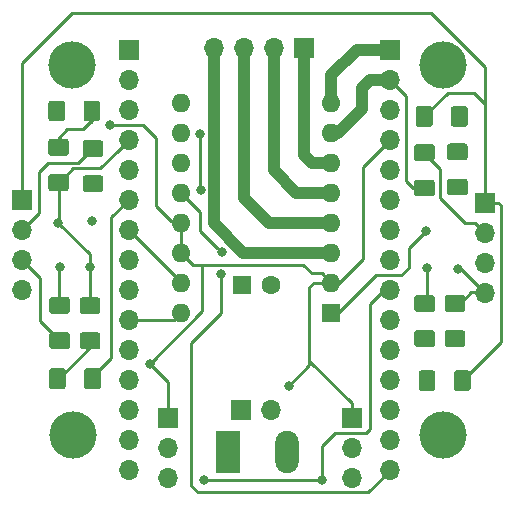
<source format=gbr>
G04 #@! TF.GenerationSoftware,KiCad,Pcbnew,5.0.2-bee76a0~70~ubuntu18.04.1*
G04 #@! TF.CreationDate,2019-01-29T19:41:56+01:00*
G04 #@! TF.ProjectId,ustepper_41_pololu,75737465-7070-4657-925f-34315f706f6c,rev?*
G04 #@! TF.SameCoordinates,Original*
G04 #@! TF.FileFunction,Copper,L1,Top*
G04 #@! TF.FilePolarity,Positive*
%FSLAX46Y46*%
G04 Gerber Fmt 4.6, Leading zero omitted, Abs format (unit mm)*
G04 Created by KiCad (PCBNEW 5.0.2-bee76a0~70~ubuntu18.04.1) date mar 29 ene 2019 19:41:56 CET*
%MOMM*%
%LPD*%
G01*
G04 APERTURE LIST*
G04 #@! TA.AperFunction,ComponentPad*
%ADD10R,1.600000X1.600000*%
G04 #@! TD*
G04 #@! TA.AperFunction,ComponentPad*
%ADD11O,1.600000X1.600000*%
G04 #@! TD*
G04 #@! TA.AperFunction,ComponentPad*
%ADD12R,2.000000X3.600000*%
G04 #@! TD*
G04 #@! TA.AperFunction,ComponentPad*
%ADD13O,2.000000X3.600000*%
G04 #@! TD*
G04 #@! TA.AperFunction,ComponentPad*
%ADD14R,1.700000X1.700000*%
G04 #@! TD*
G04 #@! TA.AperFunction,ComponentPad*
%ADD15O,1.700000X1.700000*%
G04 #@! TD*
G04 #@! TA.AperFunction,ComponentPad*
%ADD16C,1.600000*%
G04 #@! TD*
G04 #@! TA.AperFunction,Conductor*
%ADD17C,0.100000*%
G04 #@! TD*
G04 #@! TA.AperFunction,SMDPad,CuDef*
%ADD18C,1.425000*%
G04 #@! TD*
G04 #@! TA.AperFunction,ViaPad*
%ADD19C,4.000000*%
G04 #@! TD*
G04 #@! TA.AperFunction,ViaPad*
%ADD20C,0.800000*%
G04 #@! TD*
G04 #@! TA.AperFunction,Conductor*
%ADD21C,1.000000*%
G04 #@! TD*
G04 #@! TA.AperFunction,Conductor*
%ADD22C,0.250000*%
G04 #@! TD*
G04 APERTURE END LIST*
D10*
G04 #@! TO.P,A1,1*
G04 #@! TO.N,B29-GND*
X191530800Y-74537200D03*
D11*
G04 #@! TO.P,A1,9*
G04 #@! TO.N,BD8-ENA*
X178830800Y-56757200D03*
G04 #@! TO.P,A1,2*
G04 #@! TO.N,B27-5V*
X191530800Y-71997200D03*
G04 #@! TO.P,A1,10*
G04 #@! TO.N,BD11-MS1*
X178830800Y-59297200D03*
G04 #@! TO.P,A1,3*
G04 #@! TO.N,OUT1B*
X191530800Y-69457200D03*
G04 #@! TO.P,A1,11*
G04 #@! TO.N,BD12-MS2*
X178830800Y-61837200D03*
G04 #@! TO.P,A1,4*
G04 #@! TO.N,OUT1A*
X191530800Y-66917200D03*
G04 #@! TO.P,A1,12*
G04 #@! TO.N,BD13-MS3*
X178830800Y-64377200D03*
G04 #@! TO.P,A1,5*
G04 #@! TO.N,OUT2A*
X191530800Y-64377200D03*
G04 #@! TO.P,A1,13*
G04 #@! TO.N,B27-5V*
X178830800Y-66917200D03*
G04 #@! TO.P,A1,6*
G04 #@! TO.N,OUT2B*
X191530800Y-61837200D03*
G04 #@! TO.P,A1,14*
G04 #@! TO.N,B27-5V*
X178830800Y-69457200D03*
G04 #@! TO.P,A1,7*
G04 #@! TO.N,B29-GND*
X191530800Y-59297200D03*
G04 #@! TO.P,A1,15*
G04 #@! TO.N,BD4-STEP*
X178830800Y-71997200D03*
G04 #@! TO.P,A1,8*
G04 #@! TO.N,B30-VIN*
X191530800Y-56757200D03*
G04 #@! TO.P,A1,16*
G04 #@! TO.N,BD7-DIR*
X178830800Y-74537200D03*
G04 #@! TD*
D12*
G04 #@! TO.P,J3,1*
G04 #@! TO.N,VIN*
X182793200Y-86348200D03*
D13*
G04 #@! TO.P,J3,2*
G04 #@! TO.N,B29-GND*
X187793200Y-86348200D03*
G04 #@! TD*
D14*
G04 #@! TO.P,J9,1*
G04 #@! TO.N,OUT2B*
X189244800Y-52134400D03*
D15*
G04 #@! TO.P,J9,2*
G04 #@! TO.N,OUT2A*
X186704800Y-52134400D03*
G04 #@! TO.P,J9,3*
G04 #@! TO.N,OUT1A*
X184164800Y-52134400D03*
G04 #@! TO.P,J9,4*
G04 #@! TO.N,OUT1B*
X181624800Y-52134400D03*
G04 #@! TD*
G04 #@! TO.P,J2,15*
G04 #@! TO.N,BD13-MS3*
X196509200Y-87846800D03*
G04 #@! TO.P,J2,14*
G04 #@! TO.N,N/C*
X196509200Y-85306800D03*
G04 #@! TO.P,J2,13*
X196509200Y-82766800D03*
G04 #@! TO.P,J2,12*
X196509200Y-80226800D03*
G04 #@! TO.P,J2,11*
G04 #@! TO.N,BA1-I*
X196509200Y-77686800D03*
G04 #@! TO.P,J2,10*
G04 #@! TO.N,BA2-VEL_DER*
X196509200Y-75146800D03*
G04 #@! TO.P,J2,9*
G04 #@! TO.N,BA3-VEL_IZQ*
X196509200Y-72606800D03*
G04 #@! TO.P,J2,8*
G04 #@! TO.N,N/C*
X196509200Y-70066800D03*
G04 #@! TO.P,J2,7*
X196509200Y-67526800D03*
G04 #@! TO.P,J2,6*
X196509200Y-64986800D03*
G04 #@! TO.P,J2,5*
X196509200Y-62446800D03*
G04 #@! TO.P,J2,4*
G04 #@! TO.N,B27-5V*
X196509200Y-59906800D03*
G04 #@! TO.P,J2,3*
G04 #@! TO.N,N/C*
X196509200Y-57366800D03*
G04 #@! TO.P,J2,2*
G04 #@! TO.N,B29-GND*
X196509200Y-54826800D03*
D14*
G04 #@! TO.P,J2,1*
G04 #@! TO.N,B30-VIN*
X196509200Y-52286800D03*
G04 #@! TD*
D10*
G04 #@! TO.P,C1,1*
G04 #@! TO.N,B30-VIN*
X183987000Y-72192780D03*
D16*
G04 #@! TO.P,C1,2*
G04 #@! TO.N,B29-GND*
X186487000Y-72192780D03*
G04 #@! TD*
D17*
G04 #@! TO.N,Net-(D1-Pad1)*
G04 #@! TO.C,D1*
G36*
X202888064Y-57054344D02*
X202912333Y-57057944D01*
X202936131Y-57063905D01*
X202959231Y-57072170D01*
X202981409Y-57082660D01*
X203002453Y-57095273D01*
X203022158Y-57109887D01*
X203040337Y-57126363D01*
X203056813Y-57144542D01*
X203071427Y-57164247D01*
X203084040Y-57185291D01*
X203094530Y-57207469D01*
X203102795Y-57230569D01*
X203108756Y-57254367D01*
X203112356Y-57278636D01*
X203113560Y-57303140D01*
X203113560Y-58553140D01*
X203112356Y-58577644D01*
X203108756Y-58601913D01*
X203102795Y-58625711D01*
X203094530Y-58648811D01*
X203084040Y-58670989D01*
X203071427Y-58692033D01*
X203056813Y-58711738D01*
X203040337Y-58729917D01*
X203022158Y-58746393D01*
X203002453Y-58761007D01*
X202981409Y-58773620D01*
X202959231Y-58784110D01*
X202936131Y-58792375D01*
X202912333Y-58798336D01*
X202888064Y-58801936D01*
X202863560Y-58803140D01*
X201938560Y-58803140D01*
X201914056Y-58801936D01*
X201889787Y-58798336D01*
X201865989Y-58792375D01*
X201842889Y-58784110D01*
X201820711Y-58773620D01*
X201799667Y-58761007D01*
X201779962Y-58746393D01*
X201761783Y-58729917D01*
X201745307Y-58711738D01*
X201730693Y-58692033D01*
X201718080Y-58670989D01*
X201707590Y-58648811D01*
X201699325Y-58625711D01*
X201693364Y-58601913D01*
X201689764Y-58577644D01*
X201688560Y-58553140D01*
X201688560Y-57303140D01*
X201689764Y-57278636D01*
X201693364Y-57254367D01*
X201699325Y-57230569D01*
X201707590Y-57207469D01*
X201718080Y-57185291D01*
X201730693Y-57164247D01*
X201745307Y-57144542D01*
X201761783Y-57126363D01*
X201779962Y-57109887D01*
X201799667Y-57095273D01*
X201820711Y-57082660D01*
X201842889Y-57072170D01*
X201865989Y-57063905D01*
X201889787Y-57057944D01*
X201914056Y-57054344D01*
X201938560Y-57053140D01*
X202863560Y-57053140D01*
X202888064Y-57054344D01*
X202888064Y-57054344D01*
G37*
D18*
G04 #@! TD*
G04 #@! TO.P,D1,1*
G04 #@! TO.N,Net-(D1-Pad1)*
X202401060Y-57928140D03*
D17*
G04 #@! TO.N,24V*
G04 #@! TO.C,D1*
G36*
X199913064Y-57054344D02*
X199937333Y-57057944D01*
X199961131Y-57063905D01*
X199984231Y-57072170D01*
X200006409Y-57082660D01*
X200027453Y-57095273D01*
X200047158Y-57109887D01*
X200065337Y-57126363D01*
X200081813Y-57144542D01*
X200096427Y-57164247D01*
X200109040Y-57185291D01*
X200119530Y-57207469D01*
X200127795Y-57230569D01*
X200133756Y-57254367D01*
X200137356Y-57278636D01*
X200138560Y-57303140D01*
X200138560Y-58553140D01*
X200137356Y-58577644D01*
X200133756Y-58601913D01*
X200127795Y-58625711D01*
X200119530Y-58648811D01*
X200109040Y-58670989D01*
X200096427Y-58692033D01*
X200081813Y-58711738D01*
X200065337Y-58729917D01*
X200047158Y-58746393D01*
X200027453Y-58761007D01*
X200006409Y-58773620D01*
X199984231Y-58784110D01*
X199961131Y-58792375D01*
X199937333Y-58798336D01*
X199913064Y-58801936D01*
X199888560Y-58803140D01*
X198963560Y-58803140D01*
X198939056Y-58801936D01*
X198914787Y-58798336D01*
X198890989Y-58792375D01*
X198867889Y-58784110D01*
X198845711Y-58773620D01*
X198824667Y-58761007D01*
X198804962Y-58746393D01*
X198786783Y-58729917D01*
X198770307Y-58711738D01*
X198755693Y-58692033D01*
X198743080Y-58670989D01*
X198732590Y-58648811D01*
X198724325Y-58625711D01*
X198718364Y-58601913D01*
X198714764Y-58577644D01*
X198713560Y-58553140D01*
X198713560Y-57303140D01*
X198714764Y-57278636D01*
X198718364Y-57254367D01*
X198724325Y-57230569D01*
X198732590Y-57207469D01*
X198743080Y-57185291D01*
X198755693Y-57164247D01*
X198770307Y-57144542D01*
X198786783Y-57126363D01*
X198804962Y-57109887D01*
X198824667Y-57095273D01*
X198845711Y-57082660D01*
X198867889Y-57072170D01*
X198890989Y-57063905D01*
X198914787Y-57057944D01*
X198939056Y-57054344D01*
X198963560Y-57053140D01*
X199888560Y-57053140D01*
X199913064Y-57054344D01*
X199913064Y-57054344D01*
G37*
D18*
G04 #@! TD*
G04 #@! TO.P,D1,2*
G04 #@! TO.N,24V*
X199426060Y-57928140D03*
D17*
G04 #@! TO.N,24V*
G04 #@! TO.C,D2*
G36*
X203119204Y-79436824D02*
X203143473Y-79440424D01*
X203167271Y-79446385D01*
X203190371Y-79454650D01*
X203212549Y-79465140D01*
X203233593Y-79477753D01*
X203253298Y-79492367D01*
X203271477Y-79508843D01*
X203287953Y-79527022D01*
X203302567Y-79546727D01*
X203315180Y-79567771D01*
X203325670Y-79589949D01*
X203333935Y-79613049D01*
X203339896Y-79636847D01*
X203343496Y-79661116D01*
X203344700Y-79685620D01*
X203344700Y-80935620D01*
X203343496Y-80960124D01*
X203339896Y-80984393D01*
X203333935Y-81008191D01*
X203325670Y-81031291D01*
X203315180Y-81053469D01*
X203302567Y-81074513D01*
X203287953Y-81094218D01*
X203271477Y-81112397D01*
X203253298Y-81128873D01*
X203233593Y-81143487D01*
X203212549Y-81156100D01*
X203190371Y-81166590D01*
X203167271Y-81174855D01*
X203143473Y-81180816D01*
X203119204Y-81184416D01*
X203094700Y-81185620D01*
X202169700Y-81185620D01*
X202145196Y-81184416D01*
X202120927Y-81180816D01*
X202097129Y-81174855D01*
X202074029Y-81166590D01*
X202051851Y-81156100D01*
X202030807Y-81143487D01*
X202011102Y-81128873D01*
X201992923Y-81112397D01*
X201976447Y-81094218D01*
X201961833Y-81074513D01*
X201949220Y-81053469D01*
X201938730Y-81031291D01*
X201930465Y-81008191D01*
X201924504Y-80984393D01*
X201920904Y-80960124D01*
X201919700Y-80935620D01*
X201919700Y-79685620D01*
X201920904Y-79661116D01*
X201924504Y-79636847D01*
X201930465Y-79613049D01*
X201938730Y-79589949D01*
X201949220Y-79567771D01*
X201961833Y-79546727D01*
X201976447Y-79527022D01*
X201992923Y-79508843D01*
X202011102Y-79492367D01*
X202030807Y-79477753D01*
X202051851Y-79465140D01*
X202074029Y-79454650D01*
X202097129Y-79446385D01*
X202120927Y-79440424D01*
X202145196Y-79436824D01*
X202169700Y-79435620D01*
X203094700Y-79435620D01*
X203119204Y-79436824D01*
X203119204Y-79436824D01*
G37*
D18*
G04 #@! TD*
G04 #@! TO.P,D2,2*
G04 #@! TO.N,24V*
X202632200Y-80310620D03*
D17*
G04 #@! TO.N,Net-(D2-Pad1)*
G04 #@! TO.C,D2*
G36*
X200144204Y-79436824D02*
X200168473Y-79440424D01*
X200192271Y-79446385D01*
X200215371Y-79454650D01*
X200237549Y-79465140D01*
X200258593Y-79477753D01*
X200278298Y-79492367D01*
X200296477Y-79508843D01*
X200312953Y-79527022D01*
X200327567Y-79546727D01*
X200340180Y-79567771D01*
X200350670Y-79589949D01*
X200358935Y-79613049D01*
X200364896Y-79636847D01*
X200368496Y-79661116D01*
X200369700Y-79685620D01*
X200369700Y-80935620D01*
X200368496Y-80960124D01*
X200364896Y-80984393D01*
X200358935Y-81008191D01*
X200350670Y-81031291D01*
X200340180Y-81053469D01*
X200327567Y-81074513D01*
X200312953Y-81094218D01*
X200296477Y-81112397D01*
X200278298Y-81128873D01*
X200258593Y-81143487D01*
X200237549Y-81156100D01*
X200215371Y-81166590D01*
X200192271Y-81174855D01*
X200168473Y-81180816D01*
X200144204Y-81184416D01*
X200119700Y-81185620D01*
X199194700Y-81185620D01*
X199170196Y-81184416D01*
X199145927Y-81180816D01*
X199122129Y-81174855D01*
X199099029Y-81166590D01*
X199076851Y-81156100D01*
X199055807Y-81143487D01*
X199036102Y-81128873D01*
X199017923Y-81112397D01*
X199001447Y-81094218D01*
X198986833Y-81074513D01*
X198974220Y-81053469D01*
X198963730Y-81031291D01*
X198955465Y-81008191D01*
X198949504Y-80984393D01*
X198945904Y-80960124D01*
X198944700Y-80935620D01*
X198944700Y-79685620D01*
X198945904Y-79661116D01*
X198949504Y-79636847D01*
X198955465Y-79613049D01*
X198963730Y-79589949D01*
X198974220Y-79567771D01*
X198986833Y-79546727D01*
X199001447Y-79527022D01*
X199017923Y-79508843D01*
X199036102Y-79492367D01*
X199055807Y-79477753D01*
X199076851Y-79465140D01*
X199099029Y-79454650D01*
X199122129Y-79446385D01*
X199145927Y-79440424D01*
X199170196Y-79436824D01*
X199194700Y-79435620D01*
X200119700Y-79435620D01*
X200144204Y-79436824D01*
X200144204Y-79436824D01*
G37*
D18*
G04 #@! TD*
G04 #@! TO.P,D2,1*
G04 #@! TO.N,Net-(D2-Pad1)*
X199657200Y-80310620D03*
D17*
G04 #@! TO.N,Net-(D3-Pad1)*
G04 #@! TO.C,D3*
G36*
X171775604Y-56581904D02*
X171799873Y-56585504D01*
X171823671Y-56591465D01*
X171846771Y-56599730D01*
X171868949Y-56610220D01*
X171889993Y-56622833D01*
X171909698Y-56637447D01*
X171927877Y-56653923D01*
X171944353Y-56672102D01*
X171958967Y-56691807D01*
X171971580Y-56712851D01*
X171982070Y-56735029D01*
X171990335Y-56758129D01*
X171996296Y-56781927D01*
X171999896Y-56806196D01*
X172001100Y-56830700D01*
X172001100Y-58080700D01*
X171999896Y-58105204D01*
X171996296Y-58129473D01*
X171990335Y-58153271D01*
X171982070Y-58176371D01*
X171971580Y-58198549D01*
X171958967Y-58219593D01*
X171944353Y-58239298D01*
X171927877Y-58257477D01*
X171909698Y-58273953D01*
X171889993Y-58288567D01*
X171868949Y-58301180D01*
X171846771Y-58311670D01*
X171823671Y-58319935D01*
X171799873Y-58325896D01*
X171775604Y-58329496D01*
X171751100Y-58330700D01*
X170826100Y-58330700D01*
X170801596Y-58329496D01*
X170777327Y-58325896D01*
X170753529Y-58319935D01*
X170730429Y-58311670D01*
X170708251Y-58301180D01*
X170687207Y-58288567D01*
X170667502Y-58273953D01*
X170649323Y-58257477D01*
X170632847Y-58239298D01*
X170618233Y-58219593D01*
X170605620Y-58198549D01*
X170595130Y-58176371D01*
X170586865Y-58153271D01*
X170580904Y-58129473D01*
X170577304Y-58105204D01*
X170576100Y-58080700D01*
X170576100Y-56830700D01*
X170577304Y-56806196D01*
X170580904Y-56781927D01*
X170586865Y-56758129D01*
X170595130Y-56735029D01*
X170605620Y-56712851D01*
X170618233Y-56691807D01*
X170632847Y-56672102D01*
X170649323Y-56653923D01*
X170667502Y-56637447D01*
X170687207Y-56622833D01*
X170708251Y-56610220D01*
X170730429Y-56599730D01*
X170753529Y-56591465D01*
X170777327Y-56585504D01*
X170801596Y-56581904D01*
X170826100Y-56580700D01*
X171751100Y-56580700D01*
X171775604Y-56581904D01*
X171775604Y-56581904D01*
G37*
D18*
G04 #@! TD*
G04 #@! TO.P,D3,1*
G04 #@! TO.N,Net-(D3-Pad1)*
X171288600Y-57455700D03*
D17*
G04 #@! TO.N,BD2-A+*
G04 #@! TO.C,D3*
G36*
X168800604Y-56581904D02*
X168824873Y-56585504D01*
X168848671Y-56591465D01*
X168871771Y-56599730D01*
X168893949Y-56610220D01*
X168914993Y-56622833D01*
X168934698Y-56637447D01*
X168952877Y-56653923D01*
X168969353Y-56672102D01*
X168983967Y-56691807D01*
X168996580Y-56712851D01*
X169007070Y-56735029D01*
X169015335Y-56758129D01*
X169021296Y-56781927D01*
X169024896Y-56806196D01*
X169026100Y-56830700D01*
X169026100Y-58080700D01*
X169024896Y-58105204D01*
X169021296Y-58129473D01*
X169015335Y-58153271D01*
X169007070Y-58176371D01*
X168996580Y-58198549D01*
X168983967Y-58219593D01*
X168969353Y-58239298D01*
X168952877Y-58257477D01*
X168934698Y-58273953D01*
X168914993Y-58288567D01*
X168893949Y-58301180D01*
X168871771Y-58311670D01*
X168848671Y-58319935D01*
X168824873Y-58325896D01*
X168800604Y-58329496D01*
X168776100Y-58330700D01*
X167851100Y-58330700D01*
X167826596Y-58329496D01*
X167802327Y-58325896D01*
X167778529Y-58319935D01*
X167755429Y-58311670D01*
X167733251Y-58301180D01*
X167712207Y-58288567D01*
X167692502Y-58273953D01*
X167674323Y-58257477D01*
X167657847Y-58239298D01*
X167643233Y-58219593D01*
X167630620Y-58198549D01*
X167620130Y-58176371D01*
X167611865Y-58153271D01*
X167605904Y-58129473D01*
X167602304Y-58105204D01*
X167601100Y-58080700D01*
X167601100Y-56830700D01*
X167602304Y-56806196D01*
X167605904Y-56781927D01*
X167611865Y-56758129D01*
X167620130Y-56735029D01*
X167630620Y-56712851D01*
X167643233Y-56691807D01*
X167657847Y-56672102D01*
X167674323Y-56653923D01*
X167692502Y-56637447D01*
X167712207Y-56622833D01*
X167733251Y-56610220D01*
X167755429Y-56599730D01*
X167778529Y-56591465D01*
X167802327Y-56585504D01*
X167826596Y-56581904D01*
X167851100Y-56580700D01*
X168776100Y-56580700D01*
X168800604Y-56581904D01*
X168800604Y-56581904D01*
G37*
D18*
G04 #@! TD*
G04 #@! TO.P,D3,2*
G04 #@! TO.N,BD2-A+*
X168313600Y-57455700D03*
D17*
G04 #@! TO.N,BD3-A-*
G04 #@! TO.C,D4*
G36*
X171826404Y-79251404D02*
X171850673Y-79255004D01*
X171874471Y-79260965D01*
X171897571Y-79269230D01*
X171919749Y-79279720D01*
X171940793Y-79292333D01*
X171960498Y-79306947D01*
X171978677Y-79323423D01*
X171995153Y-79341602D01*
X172009767Y-79361307D01*
X172022380Y-79382351D01*
X172032870Y-79404529D01*
X172041135Y-79427629D01*
X172047096Y-79451427D01*
X172050696Y-79475696D01*
X172051900Y-79500200D01*
X172051900Y-80750200D01*
X172050696Y-80774704D01*
X172047096Y-80798973D01*
X172041135Y-80822771D01*
X172032870Y-80845871D01*
X172022380Y-80868049D01*
X172009767Y-80889093D01*
X171995153Y-80908798D01*
X171978677Y-80926977D01*
X171960498Y-80943453D01*
X171940793Y-80958067D01*
X171919749Y-80970680D01*
X171897571Y-80981170D01*
X171874471Y-80989435D01*
X171850673Y-80995396D01*
X171826404Y-80998996D01*
X171801900Y-81000200D01*
X170876900Y-81000200D01*
X170852396Y-80998996D01*
X170828127Y-80995396D01*
X170804329Y-80989435D01*
X170781229Y-80981170D01*
X170759051Y-80970680D01*
X170738007Y-80958067D01*
X170718302Y-80943453D01*
X170700123Y-80926977D01*
X170683647Y-80908798D01*
X170669033Y-80889093D01*
X170656420Y-80868049D01*
X170645930Y-80845871D01*
X170637665Y-80822771D01*
X170631704Y-80798973D01*
X170628104Y-80774704D01*
X170626900Y-80750200D01*
X170626900Y-79500200D01*
X170628104Y-79475696D01*
X170631704Y-79451427D01*
X170637665Y-79427629D01*
X170645930Y-79404529D01*
X170656420Y-79382351D01*
X170669033Y-79361307D01*
X170683647Y-79341602D01*
X170700123Y-79323423D01*
X170718302Y-79306947D01*
X170738007Y-79292333D01*
X170759051Y-79279720D01*
X170781229Y-79269230D01*
X170804329Y-79260965D01*
X170828127Y-79255004D01*
X170852396Y-79251404D01*
X170876900Y-79250200D01*
X171801900Y-79250200D01*
X171826404Y-79251404D01*
X171826404Y-79251404D01*
G37*
D18*
G04 #@! TD*
G04 #@! TO.P,D4,2*
G04 #@! TO.N,BD3-A-*
X171339400Y-80125200D03*
D17*
G04 #@! TO.N,Net-(D4-Pad1)*
G04 #@! TO.C,D4*
G36*
X168851404Y-79251404D02*
X168875673Y-79255004D01*
X168899471Y-79260965D01*
X168922571Y-79269230D01*
X168944749Y-79279720D01*
X168965793Y-79292333D01*
X168985498Y-79306947D01*
X169003677Y-79323423D01*
X169020153Y-79341602D01*
X169034767Y-79361307D01*
X169047380Y-79382351D01*
X169057870Y-79404529D01*
X169066135Y-79427629D01*
X169072096Y-79451427D01*
X169075696Y-79475696D01*
X169076900Y-79500200D01*
X169076900Y-80750200D01*
X169075696Y-80774704D01*
X169072096Y-80798973D01*
X169066135Y-80822771D01*
X169057870Y-80845871D01*
X169047380Y-80868049D01*
X169034767Y-80889093D01*
X169020153Y-80908798D01*
X169003677Y-80926977D01*
X168985498Y-80943453D01*
X168965793Y-80958067D01*
X168944749Y-80970680D01*
X168922571Y-80981170D01*
X168899471Y-80989435D01*
X168875673Y-80995396D01*
X168851404Y-80998996D01*
X168826900Y-81000200D01*
X167901900Y-81000200D01*
X167877396Y-80998996D01*
X167853127Y-80995396D01*
X167829329Y-80989435D01*
X167806229Y-80981170D01*
X167784051Y-80970680D01*
X167763007Y-80958067D01*
X167743302Y-80943453D01*
X167725123Y-80926977D01*
X167708647Y-80908798D01*
X167694033Y-80889093D01*
X167681420Y-80868049D01*
X167670930Y-80845871D01*
X167662665Y-80822771D01*
X167656704Y-80798973D01*
X167653104Y-80774704D01*
X167651900Y-80750200D01*
X167651900Y-79500200D01*
X167653104Y-79475696D01*
X167656704Y-79451427D01*
X167662665Y-79427629D01*
X167670930Y-79404529D01*
X167681420Y-79382351D01*
X167694033Y-79361307D01*
X167708647Y-79341602D01*
X167725123Y-79323423D01*
X167743302Y-79306947D01*
X167763007Y-79292333D01*
X167784051Y-79279720D01*
X167806229Y-79269230D01*
X167829329Y-79260965D01*
X167853127Y-79255004D01*
X167877396Y-79251404D01*
X167901900Y-79250200D01*
X168826900Y-79250200D01*
X168851404Y-79251404D01*
X168851404Y-79251404D01*
G37*
D18*
G04 #@! TD*
G04 #@! TO.P,D4,1*
G04 #@! TO.N,Net-(D4-Pad1)*
X168364400Y-80125200D03*
D14*
G04 #@! TO.P,J1,1*
G04 #@! TO.N,N/C*
X174403580Y-52286800D03*
D15*
G04 #@! TO.P,J1,2*
X174403580Y-54826800D03*
G04 #@! TO.P,J1,3*
X174403580Y-57366800D03*
G04 #@! TO.P,J1,4*
G04 #@! TO.N,B29-GND*
X174403580Y-59906800D03*
G04 #@! TO.P,J1,5*
G04 #@! TO.N,BD2-A+*
X174403580Y-62446800D03*
G04 #@! TO.P,J1,6*
G04 #@! TO.N,BD3-A-*
X174403580Y-64986800D03*
G04 #@! TO.P,J1,7*
G04 #@! TO.N,BD4-STEP*
X174403580Y-67526800D03*
G04 #@! TO.P,J1,8*
G04 #@! TO.N,BD5-A0*
X174403580Y-70066800D03*
G04 #@! TO.P,J1,9*
G04 #@! TO.N,BD6-A1*
X174403580Y-72606800D03*
G04 #@! TO.P,J1,10*
G04 #@! TO.N,BD7-DIR*
X174403580Y-75146800D03*
G04 #@! TO.P,J1,11*
G04 #@! TO.N,BD8-ENA*
X174403580Y-77686800D03*
G04 #@! TO.P,J1,12*
G04 #@! TO.N,N/C*
X174403580Y-80226800D03*
G04 #@! TO.P,J1,13*
X174403580Y-82766800D03*
G04 #@! TO.P,J1,14*
G04 #@! TO.N,BD11-MS1*
X174403580Y-85306800D03*
G04 #@! TO.P,J1,15*
G04 #@! TO.N,BD12-MS2*
X174403580Y-87846800D03*
G04 #@! TD*
D14*
G04 #@! TO.P,J4,1*
G04 #@! TO.N,24V*
X204583860Y-65235720D03*
D15*
G04 #@! TO.P,J4,2*
G04 #@! TO.N,PLC_A0*
X204583860Y-67775720D03*
G04 #@! TO.P,J4,3*
G04 #@! TO.N,PLC_A1*
X204583860Y-70315720D03*
G04 #@! TO.P,J4,4*
G04 #@! TO.N,B29-GND*
X204583860Y-72855720D03*
G04 #@! TD*
D17*
G04 #@! TO.N,BD5-A0*
G04 #@! TO.C,R1*
G36*
X202876244Y-60217524D02*
X202900513Y-60221124D01*
X202924311Y-60227085D01*
X202947411Y-60235350D01*
X202969589Y-60245840D01*
X202990633Y-60258453D01*
X203010338Y-60273067D01*
X203028517Y-60289543D01*
X203044993Y-60307722D01*
X203059607Y-60327427D01*
X203072220Y-60348471D01*
X203082710Y-60370649D01*
X203090975Y-60393749D01*
X203096936Y-60417547D01*
X203100536Y-60441816D01*
X203101740Y-60466320D01*
X203101740Y-61391320D01*
X203100536Y-61415824D01*
X203096936Y-61440093D01*
X203090975Y-61463891D01*
X203082710Y-61486991D01*
X203072220Y-61509169D01*
X203059607Y-61530213D01*
X203044993Y-61549918D01*
X203028517Y-61568097D01*
X203010338Y-61584573D01*
X202990633Y-61599187D01*
X202969589Y-61611800D01*
X202947411Y-61622290D01*
X202924311Y-61630555D01*
X202900513Y-61636516D01*
X202876244Y-61640116D01*
X202851740Y-61641320D01*
X201601740Y-61641320D01*
X201577236Y-61640116D01*
X201552967Y-61636516D01*
X201529169Y-61630555D01*
X201506069Y-61622290D01*
X201483891Y-61611800D01*
X201462847Y-61599187D01*
X201443142Y-61584573D01*
X201424963Y-61568097D01*
X201408487Y-61549918D01*
X201393873Y-61530213D01*
X201381260Y-61509169D01*
X201370770Y-61486991D01*
X201362505Y-61463891D01*
X201356544Y-61440093D01*
X201352944Y-61415824D01*
X201351740Y-61391320D01*
X201351740Y-60466320D01*
X201352944Y-60441816D01*
X201356544Y-60417547D01*
X201362505Y-60393749D01*
X201370770Y-60370649D01*
X201381260Y-60348471D01*
X201393873Y-60327427D01*
X201408487Y-60307722D01*
X201424963Y-60289543D01*
X201443142Y-60273067D01*
X201462847Y-60258453D01*
X201483891Y-60245840D01*
X201506069Y-60235350D01*
X201529169Y-60227085D01*
X201552967Y-60221124D01*
X201577236Y-60217524D01*
X201601740Y-60216320D01*
X202851740Y-60216320D01*
X202876244Y-60217524D01*
X202876244Y-60217524D01*
G37*
D18*
G04 #@! TD*
G04 #@! TO.P,R1,1*
G04 #@! TO.N,BD5-A0*
X202226740Y-60928820D03*
D17*
G04 #@! TO.N,Net-(R1-Pad2)*
G04 #@! TO.C,R1*
G36*
X202876244Y-63192524D02*
X202900513Y-63196124D01*
X202924311Y-63202085D01*
X202947411Y-63210350D01*
X202969589Y-63220840D01*
X202990633Y-63233453D01*
X203010338Y-63248067D01*
X203028517Y-63264543D01*
X203044993Y-63282722D01*
X203059607Y-63302427D01*
X203072220Y-63323471D01*
X203082710Y-63345649D01*
X203090975Y-63368749D01*
X203096936Y-63392547D01*
X203100536Y-63416816D01*
X203101740Y-63441320D01*
X203101740Y-64366320D01*
X203100536Y-64390824D01*
X203096936Y-64415093D01*
X203090975Y-64438891D01*
X203082710Y-64461991D01*
X203072220Y-64484169D01*
X203059607Y-64505213D01*
X203044993Y-64524918D01*
X203028517Y-64543097D01*
X203010338Y-64559573D01*
X202990633Y-64574187D01*
X202969589Y-64586800D01*
X202947411Y-64597290D01*
X202924311Y-64605555D01*
X202900513Y-64611516D01*
X202876244Y-64615116D01*
X202851740Y-64616320D01*
X201601740Y-64616320D01*
X201577236Y-64615116D01*
X201552967Y-64611516D01*
X201529169Y-64605555D01*
X201506069Y-64597290D01*
X201483891Y-64586800D01*
X201462847Y-64574187D01*
X201443142Y-64559573D01*
X201424963Y-64543097D01*
X201408487Y-64524918D01*
X201393873Y-64505213D01*
X201381260Y-64484169D01*
X201370770Y-64461991D01*
X201362505Y-64438891D01*
X201356544Y-64415093D01*
X201352944Y-64390824D01*
X201351740Y-64366320D01*
X201351740Y-63441320D01*
X201352944Y-63416816D01*
X201356544Y-63392547D01*
X201362505Y-63368749D01*
X201370770Y-63345649D01*
X201381260Y-63323471D01*
X201393873Y-63302427D01*
X201408487Y-63282722D01*
X201424963Y-63264543D01*
X201443142Y-63248067D01*
X201462847Y-63233453D01*
X201483891Y-63220840D01*
X201506069Y-63210350D01*
X201529169Y-63202085D01*
X201552967Y-63196124D01*
X201577236Y-63192524D01*
X201601740Y-63191320D01*
X202851740Y-63191320D01*
X202876244Y-63192524D01*
X202876244Y-63192524D01*
G37*
D18*
G04 #@! TD*
G04 #@! TO.P,R1,2*
G04 #@! TO.N,Net-(R1-Pad2)*
X202226740Y-63903820D03*
D17*
G04 #@! TO.N,B29-GND*
G04 #@! TO.C,R2*
G36*
X200084784Y-63268724D02*
X200109053Y-63272324D01*
X200132851Y-63278285D01*
X200155951Y-63286550D01*
X200178129Y-63297040D01*
X200199173Y-63309653D01*
X200218878Y-63324267D01*
X200237057Y-63340743D01*
X200253533Y-63358922D01*
X200268147Y-63378627D01*
X200280760Y-63399671D01*
X200291250Y-63421849D01*
X200299515Y-63444949D01*
X200305476Y-63468747D01*
X200309076Y-63493016D01*
X200310280Y-63517520D01*
X200310280Y-64442520D01*
X200309076Y-64467024D01*
X200305476Y-64491293D01*
X200299515Y-64515091D01*
X200291250Y-64538191D01*
X200280760Y-64560369D01*
X200268147Y-64581413D01*
X200253533Y-64601118D01*
X200237057Y-64619297D01*
X200218878Y-64635773D01*
X200199173Y-64650387D01*
X200178129Y-64663000D01*
X200155951Y-64673490D01*
X200132851Y-64681755D01*
X200109053Y-64687716D01*
X200084784Y-64691316D01*
X200060280Y-64692520D01*
X198810280Y-64692520D01*
X198785776Y-64691316D01*
X198761507Y-64687716D01*
X198737709Y-64681755D01*
X198714609Y-64673490D01*
X198692431Y-64663000D01*
X198671387Y-64650387D01*
X198651682Y-64635773D01*
X198633503Y-64619297D01*
X198617027Y-64601118D01*
X198602413Y-64581413D01*
X198589800Y-64560369D01*
X198579310Y-64538191D01*
X198571045Y-64515091D01*
X198565084Y-64491293D01*
X198561484Y-64467024D01*
X198560280Y-64442520D01*
X198560280Y-63517520D01*
X198561484Y-63493016D01*
X198565084Y-63468747D01*
X198571045Y-63444949D01*
X198579310Y-63421849D01*
X198589800Y-63399671D01*
X198602413Y-63378627D01*
X198617027Y-63358922D01*
X198633503Y-63340743D01*
X198651682Y-63324267D01*
X198671387Y-63309653D01*
X198692431Y-63297040D01*
X198714609Y-63286550D01*
X198737709Y-63278285D01*
X198761507Y-63272324D01*
X198785776Y-63268724D01*
X198810280Y-63267520D01*
X200060280Y-63267520D01*
X200084784Y-63268724D01*
X200084784Y-63268724D01*
G37*
D18*
G04 #@! TD*
G04 #@! TO.P,R2,2*
G04 #@! TO.N,B29-GND*
X199435280Y-63980020D03*
D17*
G04 #@! TO.N,PLC_A0*
G04 #@! TO.C,R2*
G36*
X200084784Y-60293724D02*
X200109053Y-60297324D01*
X200132851Y-60303285D01*
X200155951Y-60311550D01*
X200178129Y-60322040D01*
X200199173Y-60334653D01*
X200218878Y-60349267D01*
X200237057Y-60365743D01*
X200253533Y-60383922D01*
X200268147Y-60403627D01*
X200280760Y-60424671D01*
X200291250Y-60446849D01*
X200299515Y-60469949D01*
X200305476Y-60493747D01*
X200309076Y-60518016D01*
X200310280Y-60542520D01*
X200310280Y-61467520D01*
X200309076Y-61492024D01*
X200305476Y-61516293D01*
X200299515Y-61540091D01*
X200291250Y-61563191D01*
X200280760Y-61585369D01*
X200268147Y-61606413D01*
X200253533Y-61626118D01*
X200237057Y-61644297D01*
X200218878Y-61660773D01*
X200199173Y-61675387D01*
X200178129Y-61688000D01*
X200155951Y-61698490D01*
X200132851Y-61706755D01*
X200109053Y-61712716D01*
X200084784Y-61716316D01*
X200060280Y-61717520D01*
X198810280Y-61717520D01*
X198785776Y-61716316D01*
X198761507Y-61712716D01*
X198737709Y-61706755D01*
X198714609Y-61698490D01*
X198692431Y-61688000D01*
X198671387Y-61675387D01*
X198651682Y-61660773D01*
X198633503Y-61644297D01*
X198617027Y-61626118D01*
X198602413Y-61606413D01*
X198589800Y-61585369D01*
X198579310Y-61563191D01*
X198571045Y-61540091D01*
X198565084Y-61516293D01*
X198561484Y-61492024D01*
X198560280Y-61467520D01*
X198560280Y-60542520D01*
X198561484Y-60518016D01*
X198565084Y-60493747D01*
X198571045Y-60469949D01*
X198579310Y-60446849D01*
X198589800Y-60424671D01*
X198602413Y-60403627D01*
X198617027Y-60383922D01*
X198633503Y-60365743D01*
X198651682Y-60349267D01*
X198671387Y-60334653D01*
X198692431Y-60322040D01*
X198714609Y-60311550D01*
X198737709Y-60303285D01*
X198761507Y-60297324D01*
X198785776Y-60293724D01*
X198810280Y-60292520D01*
X200060280Y-60292520D01*
X200084784Y-60293724D01*
X200084784Y-60293724D01*
G37*
D18*
G04 #@! TD*
G04 #@! TO.P,R2,1*
G04 #@! TO.N,PLC_A0*
X199435280Y-61005020D03*
D17*
G04 #@! TO.N,Net-(R3-Pad2)*
G04 #@! TO.C,R3*
G36*
X200105104Y-73049604D02*
X200129373Y-73053204D01*
X200153171Y-73059165D01*
X200176271Y-73067430D01*
X200198449Y-73077920D01*
X200219493Y-73090533D01*
X200239198Y-73105147D01*
X200257377Y-73121623D01*
X200273853Y-73139802D01*
X200288467Y-73159507D01*
X200301080Y-73180551D01*
X200311570Y-73202729D01*
X200319835Y-73225829D01*
X200325796Y-73249627D01*
X200329396Y-73273896D01*
X200330600Y-73298400D01*
X200330600Y-74223400D01*
X200329396Y-74247904D01*
X200325796Y-74272173D01*
X200319835Y-74295971D01*
X200311570Y-74319071D01*
X200301080Y-74341249D01*
X200288467Y-74362293D01*
X200273853Y-74381998D01*
X200257377Y-74400177D01*
X200239198Y-74416653D01*
X200219493Y-74431267D01*
X200198449Y-74443880D01*
X200176271Y-74454370D01*
X200153171Y-74462635D01*
X200129373Y-74468596D01*
X200105104Y-74472196D01*
X200080600Y-74473400D01*
X198830600Y-74473400D01*
X198806096Y-74472196D01*
X198781827Y-74468596D01*
X198758029Y-74462635D01*
X198734929Y-74454370D01*
X198712751Y-74443880D01*
X198691707Y-74431267D01*
X198672002Y-74416653D01*
X198653823Y-74400177D01*
X198637347Y-74381998D01*
X198622733Y-74362293D01*
X198610120Y-74341249D01*
X198599630Y-74319071D01*
X198591365Y-74295971D01*
X198585404Y-74272173D01*
X198581804Y-74247904D01*
X198580600Y-74223400D01*
X198580600Y-73298400D01*
X198581804Y-73273896D01*
X198585404Y-73249627D01*
X198591365Y-73225829D01*
X198599630Y-73202729D01*
X198610120Y-73180551D01*
X198622733Y-73159507D01*
X198637347Y-73139802D01*
X198653823Y-73121623D01*
X198672002Y-73105147D01*
X198691707Y-73090533D01*
X198712751Y-73077920D01*
X198734929Y-73067430D01*
X198758029Y-73059165D01*
X198781827Y-73053204D01*
X198806096Y-73049604D01*
X198830600Y-73048400D01*
X200080600Y-73048400D01*
X200105104Y-73049604D01*
X200105104Y-73049604D01*
G37*
D18*
G04 #@! TD*
G04 #@! TO.P,R3,2*
G04 #@! TO.N,Net-(R3-Pad2)*
X199455600Y-73760900D03*
D17*
G04 #@! TO.N,BD6-A1*
G04 #@! TO.C,R3*
G36*
X200105104Y-76024604D02*
X200129373Y-76028204D01*
X200153171Y-76034165D01*
X200176271Y-76042430D01*
X200198449Y-76052920D01*
X200219493Y-76065533D01*
X200239198Y-76080147D01*
X200257377Y-76096623D01*
X200273853Y-76114802D01*
X200288467Y-76134507D01*
X200301080Y-76155551D01*
X200311570Y-76177729D01*
X200319835Y-76200829D01*
X200325796Y-76224627D01*
X200329396Y-76248896D01*
X200330600Y-76273400D01*
X200330600Y-77198400D01*
X200329396Y-77222904D01*
X200325796Y-77247173D01*
X200319835Y-77270971D01*
X200311570Y-77294071D01*
X200301080Y-77316249D01*
X200288467Y-77337293D01*
X200273853Y-77356998D01*
X200257377Y-77375177D01*
X200239198Y-77391653D01*
X200219493Y-77406267D01*
X200198449Y-77418880D01*
X200176271Y-77429370D01*
X200153171Y-77437635D01*
X200129373Y-77443596D01*
X200105104Y-77447196D01*
X200080600Y-77448400D01*
X198830600Y-77448400D01*
X198806096Y-77447196D01*
X198781827Y-77443596D01*
X198758029Y-77437635D01*
X198734929Y-77429370D01*
X198712751Y-77418880D01*
X198691707Y-77406267D01*
X198672002Y-77391653D01*
X198653823Y-77375177D01*
X198637347Y-77356998D01*
X198622733Y-77337293D01*
X198610120Y-77316249D01*
X198599630Y-77294071D01*
X198591365Y-77270971D01*
X198585404Y-77247173D01*
X198581804Y-77222904D01*
X198580600Y-77198400D01*
X198580600Y-76273400D01*
X198581804Y-76248896D01*
X198585404Y-76224627D01*
X198591365Y-76200829D01*
X198599630Y-76177729D01*
X198610120Y-76155551D01*
X198622733Y-76134507D01*
X198637347Y-76114802D01*
X198653823Y-76096623D01*
X198672002Y-76080147D01*
X198691707Y-76065533D01*
X198712751Y-76052920D01*
X198734929Y-76042430D01*
X198758029Y-76034165D01*
X198781827Y-76028204D01*
X198806096Y-76024604D01*
X198830600Y-76023400D01*
X200080600Y-76023400D01*
X200105104Y-76024604D01*
X200105104Y-76024604D01*
G37*
D18*
G04 #@! TD*
G04 #@! TO.P,R3,1*
G04 #@! TO.N,BD6-A1*
X199455600Y-76735900D03*
D17*
G04 #@! TO.N,PLC_A1*
G04 #@! TO.C,R4*
G36*
X202667964Y-76024604D02*
X202692233Y-76028204D01*
X202716031Y-76034165D01*
X202739131Y-76042430D01*
X202761309Y-76052920D01*
X202782353Y-76065533D01*
X202802058Y-76080147D01*
X202820237Y-76096623D01*
X202836713Y-76114802D01*
X202851327Y-76134507D01*
X202863940Y-76155551D01*
X202874430Y-76177729D01*
X202882695Y-76200829D01*
X202888656Y-76224627D01*
X202892256Y-76248896D01*
X202893460Y-76273400D01*
X202893460Y-77198400D01*
X202892256Y-77222904D01*
X202888656Y-77247173D01*
X202882695Y-77270971D01*
X202874430Y-77294071D01*
X202863940Y-77316249D01*
X202851327Y-77337293D01*
X202836713Y-77356998D01*
X202820237Y-77375177D01*
X202802058Y-77391653D01*
X202782353Y-77406267D01*
X202761309Y-77418880D01*
X202739131Y-77429370D01*
X202716031Y-77437635D01*
X202692233Y-77443596D01*
X202667964Y-77447196D01*
X202643460Y-77448400D01*
X201393460Y-77448400D01*
X201368956Y-77447196D01*
X201344687Y-77443596D01*
X201320889Y-77437635D01*
X201297789Y-77429370D01*
X201275611Y-77418880D01*
X201254567Y-77406267D01*
X201234862Y-77391653D01*
X201216683Y-77375177D01*
X201200207Y-77356998D01*
X201185593Y-77337293D01*
X201172980Y-77316249D01*
X201162490Y-77294071D01*
X201154225Y-77270971D01*
X201148264Y-77247173D01*
X201144664Y-77222904D01*
X201143460Y-77198400D01*
X201143460Y-76273400D01*
X201144664Y-76248896D01*
X201148264Y-76224627D01*
X201154225Y-76200829D01*
X201162490Y-76177729D01*
X201172980Y-76155551D01*
X201185593Y-76134507D01*
X201200207Y-76114802D01*
X201216683Y-76096623D01*
X201234862Y-76080147D01*
X201254567Y-76065533D01*
X201275611Y-76052920D01*
X201297789Y-76042430D01*
X201320889Y-76034165D01*
X201344687Y-76028204D01*
X201368956Y-76024604D01*
X201393460Y-76023400D01*
X202643460Y-76023400D01*
X202667964Y-76024604D01*
X202667964Y-76024604D01*
G37*
D18*
G04 #@! TD*
G04 #@! TO.P,R4,1*
G04 #@! TO.N,PLC_A1*
X202018460Y-76735900D03*
D17*
G04 #@! TO.N,B29-GND*
G04 #@! TO.C,R4*
G36*
X202667964Y-73049604D02*
X202692233Y-73053204D01*
X202716031Y-73059165D01*
X202739131Y-73067430D01*
X202761309Y-73077920D01*
X202782353Y-73090533D01*
X202802058Y-73105147D01*
X202820237Y-73121623D01*
X202836713Y-73139802D01*
X202851327Y-73159507D01*
X202863940Y-73180551D01*
X202874430Y-73202729D01*
X202882695Y-73225829D01*
X202888656Y-73249627D01*
X202892256Y-73273896D01*
X202893460Y-73298400D01*
X202893460Y-74223400D01*
X202892256Y-74247904D01*
X202888656Y-74272173D01*
X202882695Y-74295971D01*
X202874430Y-74319071D01*
X202863940Y-74341249D01*
X202851327Y-74362293D01*
X202836713Y-74381998D01*
X202820237Y-74400177D01*
X202802058Y-74416653D01*
X202782353Y-74431267D01*
X202761309Y-74443880D01*
X202739131Y-74454370D01*
X202716031Y-74462635D01*
X202692233Y-74468596D01*
X202667964Y-74472196D01*
X202643460Y-74473400D01*
X201393460Y-74473400D01*
X201368956Y-74472196D01*
X201344687Y-74468596D01*
X201320889Y-74462635D01*
X201297789Y-74454370D01*
X201275611Y-74443880D01*
X201254567Y-74431267D01*
X201234862Y-74416653D01*
X201216683Y-74400177D01*
X201200207Y-74381998D01*
X201185593Y-74362293D01*
X201172980Y-74341249D01*
X201162490Y-74319071D01*
X201154225Y-74295971D01*
X201148264Y-74272173D01*
X201144664Y-74247904D01*
X201143460Y-74223400D01*
X201143460Y-73298400D01*
X201144664Y-73273896D01*
X201148264Y-73249627D01*
X201154225Y-73225829D01*
X201162490Y-73202729D01*
X201172980Y-73180551D01*
X201185593Y-73159507D01*
X201200207Y-73139802D01*
X201216683Y-73121623D01*
X201234862Y-73105147D01*
X201254567Y-73090533D01*
X201275611Y-73077920D01*
X201297789Y-73067430D01*
X201320889Y-73059165D01*
X201344687Y-73053204D01*
X201368956Y-73049604D01*
X201393460Y-73048400D01*
X202643460Y-73048400D01*
X202667964Y-73049604D01*
X202667964Y-73049604D01*
G37*
D18*
G04 #@! TD*
G04 #@! TO.P,R4,2*
G04 #@! TO.N,B29-GND*
X202018460Y-73760900D03*
D17*
G04 #@! TO.N,Net-(R5-Pad2)*
G04 #@! TO.C,R5*
G36*
X172025404Y-62913124D02*
X172049673Y-62916724D01*
X172073471Y-62922685D01*
X172096571Y-62930950D01*
X172118749Y-62941440D01*
X172139793Y-62954053D01*
X172159498Y-62968667D01*
X172177677Y-62985143D01*
X172194153Y-63003322D01*
X172208767Y-63023027D01*
X172221380Y-63044071D01*
X172231870Y-63066249D01*
X172240135Y-63089349D01*
X172246096Y-63113147D01*
X172249696Y-63137416D01*
X172250900Y-63161920D01*
X172250900Y-64086920D01*
X172249696Y-64111424D01*
X172246096Y-64135693D01*
X172240135Y-64159491D01*
X172231870Y-64182591D01*
X172221380Y-64204769D01*
X172208767Y-64225813D01*
X172194153Y-64245518D01*
X172177677Y-64263697D01*
X172159498Y-64280173D01*
X172139793Y-64294787D01*
X172118749Y-64307400D01*
X172096571Y-64317890D01*
X172073471Y-64326155D01*
X172049673Y-64332116D01*
X172025404Y-64335716D01*
X172000900Y-64336920D01*
X170750900Y-64336920D01*
X170726396Y-64335716D01*
X170702127Y-64332116D01*
X170678329Y-64326155D01*
X170655229Y-64317890D01*
X170633051Y-64307400D01*
X170612007Y-64294787D01*
X170592302Y-64280173D01*
X170574123Y-64263697D01*
X170557647Y-64245518D01*
X170543033Y-64225813D01*
X170530420Y-64204769D01*
X170519930Y-64182591D01*
X170511665Y-64159491D01*
X170505704Y-64135693D01*
X170502104Y-64111424D01*
X170500900Y-64086920D01*
X170500900Y-63161920D01*
X170502104Y-63137416D01*
X170505704Y-63113147D01*
X170511665Y-63089349D01*
X170519930Y-63066249D01*
X170530420Y-63044071D01*
X170543033Y-63023027D01*
X170557647Y-63003322D01*
X170574123Y-62985143D01*
X170592302Y-62968667D01*
X170612007Y-62954053D01*
X170633051Y-62941440D01*
X170655229Y-62930950D01*
X170678329Y-62922685D01*
X170702127Y-62916724D01*
X170726396Y-62913124D01*
X170750900Y-62911920D01*
X172000900Y-62911920D01*
X172025404Y-62913124D01*
X172025404Y-62913124D01*
G37*
D18*
G04 #@! TD*
G04 #@! TO.P,R5,2*
G04 #@! TO.N,Net-(R5-Pad2)*
X171375900Y-63624420D03*
D17*
G04 #@! TO.N,PLC_A+*
G04 #@! TO.C,R5*
G36*
X172025404Y-59938124D02*
X172049673Y-59941724D01*
X172073471Y-59947685D01*
X172096571Y-59955950D01*
X172118749Y-59966440D01*
X172139793Y-59979053D01*
X172159498Y-59993667D01*
X172177677Y-60010143D01*
X172194153Y-60028322D01*
X172208767Y-60048027D01*
X172221380Y-60069071D01*
X172231870Y-60091249D01*
X172240135Y-60114349D01*
X172246096Y-60138147D01*
X172249696Y-60162416D01*
X172250900Y-60186920D01*
X172250900Y-61111920D01*
X172249696Y-61136424D01*
X172246096Y-61160693D01*
X172240135Y-61184491D01*
X172231870Y-61207591D01*
X172221380Y-61229769D01*
X172208767Y-61250813D01*
X172194153Y-61270518D01*
X172177677Y-61288697D01*
X172159498Y-61305173D01*
X172139793Y-61319787D01*
X172118749Y-61332400D01*
X172096571Y-61342890D01*
X172073471Y-61351155D01*
X172049673Y-61357116D01*
X172025404Y-61360716D01*
X172000900Y-61361920D01*
X170750900Y-61361920D01*
X170726396Y-61360716D01*
X170702127Y-61357116D01*
X170678329Y-61351155D01*
X170655229Y-61342890D01*
X170633051Y-61332400D01*
X170612007Y-61319787D01*
X170592302Y-61305173D01*
X170574123Y-61288697D01*
X170557647Y-61270518D01*
X170543033Y-61250813D01*
X170530420Y-61229769D01*
X170519930Y-61207591D01*
X170511665Y-61184491D01*
X170505704Y-61160693D01*
X170502104Y-61136424D01*
X170500900Y-61111920D01*
X170500900Y-60186920D01*
X170502104Y-60162416D01*
X170505704Y-60138147D01*
X170511665Y-60114349D01*
X170519930Y-60091249D01*
X170530420Y-60069071D01*
X170543033Y-60048027D01*
X170557647Y-60028322D01*
X170574123Y-60010143D01*
X170592302Y-59993667D01*
X170612007Y-59979053D01*
X170633051Y-59966440D01*
X170655229Y-59955950D01*
X170678329Y-59947685D01*
X170702127Y-59941724D01*
X170726396Y-59938124D01*
X170750900Y-59936920D01*
X172000900Y-59936920D01*
X172025404Y-59938124D01*
X172025404Y-59938124D01*
G37*
D18*
G04 #@! TD*
G04 #@! TO.P,R5,1*
G04 #@! TO.N,PLC_A+*
X171375900Y-60649420D03*
D17*
G04 #@! TO.N,Net-(D3-Pad1)*
G04 #@! TO.C,R6*
G36*
X169106944Y-59833984D02*
X169131213Y-59837584D01*
X169155011Y-59843545D01*
X169178111Y-59851810D01*
X169200289Y-59862300D01*
X169221333Y-59874913D01*
X169241038Y-59889527D01*
X169259217Y-59906003D01*
X169275693Y-59924182D01*
X169290307Y-59943887D01*
X169302920Y-59964931D01*
X169313410Y-59987109D01*
X169321675Y-60010209D01*
X169327636Y-60034007D01*
X169331236Y-60058276D01*
X169332440Y-60082780D01*
X169332440Y-61007780D01*
X169331236Y-61032284D01*
X169327636Y-61056553D01*
X169321675Y-61080351D01*
X169313410Y-61103451D01*
X169302920Y-61125629D01*
X169290307Y-61146673D01*
X169275693Y-61166378D01*
X169259217Y-61184557D01*
X169241038Y-61201033D01*
X169221333Y-61215647D01*
X169200289Y-61228260D01*
X169178111Y-61238750D01*
X169155011Y-61247015D01*
X169131213Y-61252976D01*
X169106944Y-61256576D01*
X169082440Y-61257780D01*
X167832440Y-61257780D01*
X167807936Y-61256576D01*
X167783667Y-61252976D01*
X167759869Y-61247015D01*
X167736769Y-61238750D01*
X167714591Y-61228260D01*
X167693547Y-61215647D01*
X167673842Y-61201033D01*
X167655663Y-61184557D01*
X167639187Y-61166378D01*
X167624573Y-61146673D01*
X167611960Y-61125629D01*
X167601470Y-61103451D01*
X167593205Y-61080351D01*
X167587244Y-61056553D01*
X167583644Y-61032284D01*
X167582440Y-61007780D01*
X167582440Y-60082780D01*
X167583644Y-60058276D01*
X167587244Y-60034007D01*
X167593205Y-60010209D01*
X167601470Y-59987109D01*
X167611960Y-59964931D01*
X167624573Y-59943887D01*
X167639187Y-59924182D01*
X167655663Y-59906003D01*
X167673842Y-59889527D01*
X167693547Y-59874913D01*
X167714591Y-59862300D01*
X167736769Y-59851810D01*
X167759869Y-59843545D01*
X167783667Y-59837584D01*
X167807936Y-59833984D01*
X167832440Y-59832780D01*
X169082440Y-59832780D01*
X169106944Y-59833984D01*
X169106944Y-59833984D01*
G37*
D18*
G04 #@! TD*
G04 #@! TO.P,R6,1*
G04 #@! TO.N,Net-(D3-Pad1)*
X168457440Y-60545280D03*
D17*
G04 #@! TO.N,B29-GND*
G04 #@! TO.C,R6*
G36*
X169106944Y-62808984D02*
X169131213Y-62812584D01*
X169155011Y-62818545D01*
X169178111Y-62826810D01*
X169200289Y-62837300D01*
X169221333Y-62849913D01*
X169241038Y-62864527D01*
X169259217Y-62881003D01*
X169275693Y-62899182D01*
X169290307Y-62918887D01*
X169302920Y-62939931D01*
X169313410Y-62962109D01*
X169321675Y-62985209D01*
X169327636Y-63009007D01*
X169331236Y-63033276D01*
X169332440Y-63057780D01*
X169332440Y-63982780D01*
X169331236Y-64007284D01*
X169327636Y-64031553D01*
X169321675Y-64055351D01*
X169313410Y-64078451D01*
X169302920Y-64100629D01*
X169290307Y-64121673D01*
X169275693Y-64141378D01*
X169259217Y-64159557D01*
X169241038Y-64176033D01*
X169221333Y-64190647D01*
X169200289Y-64203260D01*
X169178111Y-64213750D01*
X169155011Y-64222015D01*
X169131213Y-64227976D01*
X169106944Y-64231576D01*
X169082440Y-64232780D01*
X167832440Y-64232780D01*
X167807936Y-64231576D01*
X167783667Y-64227976D01*
X167759869Y-64222015D01*
X167736769Y-64213750D01*
X167714591Y-64203260D01*
X167693547Y-64190647D01*
X167673842Y-64176033D01*
X167655663Y-64159557D01*
X167639187Y-64141378D01*
X167624573Y-64121673D01*
X167611960Y-64100629D01*
X167601470Y-64078451D01*
X167593205Y-64055351D01*
X167587244Y-64031553D01*
X167583644Y-64007284D01*
X167582440Y-63982780D01*
X167582440Y-63057780D01*
X167583644Y-63033276D01*
X167587244Y-63009007D01*
X167593205Y-62985209D01*
X167601470Y-62962109D01*
X167611960Y-62939931D01*
X167624573Y-62918887D01*
X167639187Y-62899182D01*
X167655663Y-62881003D01*
X167673842Y-62864527D01*
X167693547Y-62849913D01*
X167714591Y-62837300D01*
X167736769Y-62826810D01*
X167759869Y-62818545D01*
X167783667Y-62812584D01*
X167807936Y-62808984D01*
X167832440Y-62807780D01*
X169082440Y-62807780D01*
X169106944Y-62808984D01*
X169106944Y-62808984D01*
G37*
D18*
G04 #@! TD*
G04 #@! TO.P,R6,2*
G04 #@! TO.N,B29-GND*
X168457440Y-63520280D03*
D17*
G04 #@! TO.N,Net-(R7-Pad2)*
G04 #@! TO.C,R7*
G36*
X169195844Y-73212164D02*
X169220113Y-73215764D01*
X169243911Y-73221725D01*
X169267011Y-73229990D01*
X169289189Y-73240480D01*
X169310233Y-73253093D01*
X169329938Y-73267707D01*
X169348117Y-73284183D01*
X169364593Y-73302362D01*
X169379207Y-73322067D01*
X169391820Y-73343111D01*
X169402310Y-73365289D01*
X169410575Y-73388389D01*
X169416536Y-73412187D01*
X169420136Y-73436456D01*
X169421340Y-73460960D01*
X169421340Y-74385960D01*
X169420136Y-74410464D01*
X169416536Y-74434733D01*
X169410575Y-74458531D01*
X169402310Y-74481631D01*
X169391820Y-74503809D01*
X169379207Y-74524853D01*
X169364593Y-74544558D01*
X169348117Y-74562737D01*
X169329938Y-74579213D01*
X169310233Y-74593827D01*
X169289189Y-74606440D01*
X169267011Y-74616930D01*
X169243911Y-74625195D01*
X169220113Y-74631156D01*
X169195844Y-74634756D01*
X169171340Y-74635960D01*
X167921340Y-74635960D01*
X167896836Y-74634756D01*
X167872567Y-74631156D01*
X167848769Y-74625195D01*
X167825669Y-74616930D01*
X167803491Y-74606440D01*
X167782447Y-74593827D01*
X167762742Y-74579213D01*
X167744563Y-74562737D01*
X167728087Y-74544558D01*
X167713473Y-74524853D01*
X167700860Y-74503809D01*
X167690370Y-74481631D01*
X167682105Y-74458531D01*
X167676144Y-74434733D01*
X167672544Y-74410464D01*
X167671340Y-74385960D01*
X167671340Y-73460960D01*
X167672544Y-73436456D01*
X167676144Y-73412187D01*
X167682105Y-73388389D01*
X167690370Y-73365289D01*
X167700860Y-73343111D01*
X167713473Y-73322067D01*
X167728087Y-73302362D01*
X167744563Y-73284183D01*
X167762742Y-73267707D01*
X167782447Y-73253093D01*
X167803491Y-73240480D01*
X167825669Y-73229990D01*
X167848769Y-73221725D01*
X167872567Y-73215764D01*
X167896836Y-73212164D01*
X167921340Y-73210960D01*
X169171340Y-73210960D01*
X169195844Y-73212164D01*
X169195844Y-73212164D01*
G37*
D18*
G04 #@! TD*
G04 #@! TO.P,R7,2*
G04 #@! TO.N,Net-(R7-Pad2)*
X168546340Y-73923460D03*
D17*
G04 #@! TO.N,PLC_A-*
G04 #@! TO.C,R7*
G36*
X169195844Y-76187164D02*
X169220113Y-76190764D01*
X169243911Y-76196725D01*
X169267011Y-76204990D01*
X169289189Y-76215480D01*
X169310233Y-76228093D01*
X169329938Y-76242707D01*
X169348117Y-76259183D01*
X169364593Y-76277362D01*
X169379207Y-76297067D01*
X169391820Y-76318111D01*
X169402310Y-76340289D01*
X169410575Y-76363389D01*
X169416536Y-76387187D01*
X169420136Y-76411456D01*
X169421340Y-76435960D01*
X169421340Y-77360960D01*
X169420136Y-77385464D01*
X169416536Y-77409733D01*
X169410575Y-77433531D01*
X169402310Y-77456631D01*
X169391820Y-77478809D01*
X169379207Y-77499853D01*
X169364593Y-77519558D01*
X169348117Y-77537737D01*
X169329938Y-77554213D01*
X169310233Y-77568827D01*
X169289189Y-77581440D01*
X169267011Y-77591930D01*
X169243911Y-77600195D01*
X169220113Y-77606156D01*
X169195844Y-77609756D01*
X169171340Y-77610960D01*
X167921340Y-77610960D01*
X167896836Y-77609756D01*
X167872567Y-77606156D01*
X167848769Y-77600195D01*
X167825669Y-77591930D01*
X167803491Y-77581440D01*
X167782447Y-77568827D01*
X167762742Y-77554213D01*
X167744563Y-77537737D01*
X167728087Y-77519558D01*
X167713473Y-77499853D01*
X167700860Y-77478809D01*
X167690370Y-77456631D01*
X167682105Y-77433531D01*
X167676144Y-77409733D01*
X167672544Y-77385464D01*
X167671340Y-77360960D01*
X167671340Y-76435960D01*
X167672544Y-76411456D01*
X167676144Y-76387187D01*
X167682105Y-76363389D01*
X167690370Y-76340289D01*
X167700860Y-76318111D01*
X167713473Y-76297067D01*
X167728087Y-76277362D01*
X167744563Y-76259183D01*
X167762742Y-76242707D01*
X167782447Y-76228093D01*
X167803491Y-76215480D01*
X167825669Y-76204990D01*
X167848769Y-76196725D01*
X167872567Y-76190764D01*
X167896836Y-76187164D01*
X167921340Y-76185960D01*
X169171340Y-76185960D01*
X169195844Y-76187164D01*
X169195844Y-76187164D01*
G37*
D18*
G04 #@! TD*
G04 #@! TO.P,R7,1*
G04 #@! TO.N,PLC_A-*
X168546340Y-76898460D03*
D17*
G04 #@! TO.N,Net-(D4-Pad1)*
G04 #@! TO.C,R8*
G36*
X171784104Y-76215104D02*
X171808373Y-76218704D01*
X171832171Y-76224665D01*
X171855271Y-76232930D01*
X171877449Y-76243420D01*
X171898493Y-76256033D01*
X171918198Y-76270647D01*
X171936377Y-76287123D01*
X171952853Y-76305302D01*
X171967467Y-76325007D01*
X171980080Y-76346051D01*
X171990570Y-76368229D01*
X171998835Y-76391329D01*
X172004796Y-76415127D01*
X172008396Y-76439396D01*
X172009600Y-76463900D01*
X172009600Y-77388900D01*
X172008396Y-77413404D01*
X172004796Y-77437673D01*
X171998835Y-77461471D01*
X171990570Y-77484571D01*
X171980080Y-77506749D01*
X171967467Y-77527793D01*
X171952853Y-77547498D01*
X171936377Y-77565677D01*
X171918198Y-77582153D01*
X171898493Y-77596767D01*
X171877449Y-77609380D01*
X171855271Y-77619870D01*
X171832171Y-77628135D01*
X171808373Y-77634096D01*
X171784104Y-77637696D01*
X171759600Y-77638900D01*
X170509600Y-77638900D01*
X170485096Y-77637696D01*
X170460827Y-77634096D01*
X170437029Y-77628135D01*
X170413929Y-77619870D01*
X170391751Y-77609380D01*
X170370707Y-77596767D01*
X170351002Y-77582153D01*
X170332823Y-77565677D01*
X170316347Y-77547498D01*
X170301733Y-77527793D01*
X170289120Y-77506749D01*
X170278630Y-77484571D01*
X170270365Y-77461471D01*
X170264404Y-77437673D01*
X170260804Y-77413404D01*
X170259600Y-77388900D01*
X170259600Y-76463900D01*
X170260804Y-76439396D01*
X170264404Y-76415127D01*
X170270365Y-76391329D01*
X170278630Y-76368229D01*
X170289120Y-76346051D01*
X170301733Y-76325007D01*
X170316347Y-76305302D01*
X170332823Y-76287123D01*
X170351002Y-76270647D01*
X170370707Y-76256033D01*
X170391751Y-76243420D01*
X170413929Y-76232930D01*
X170437029Y-76224665D01*
X170460827Y-76218704D01*
X170485096Y-76215104D01*
X170509600Y-76213900D01*
X171759600Y-76213900D01*
X171784104Y-76215104D01*
X171784104Y-76215104D01*
G37*
D18*
G04 #@! TD*
G04 #@! TO.P,R8,1*
G04 #@! TO.N,Net-(D4-Pad1)*
X171134600Y-76926400D03*
D17*
G04 #@! TO.N,B29-GND*
G04 #@! TO.C,R8*
G36*
X171784104Y-73240104D02*
X171808373Y-73243704D01*
X171832171Y-73249665D01*
X171855271Y-73257930D01*
X171877449Y-73268420D01*
X171898493Y-73281033D01*
X171918198Y-73295647D01*
X171936377Y-73312123D01*
X171952853Y-73330302D01*
X171967467Y-73350007D01*
X171980080Y-73371051D01*
X171990570Y-73393229D01*
X171998835Y-73416329D01*
X172004796Y-73440127D01*
X172008396Y-73464396D01*
X172009600Y-73488900D01*
X172009600Y-74413900D01*
X172008396Y-74438404D01*
X172004796Y-74462673D01*
X171998835Y-74486471D01*
X171990570Y-74509571D01*
X171980080Y-74531749D01*
X171967467Y-74552793D01*
X171952853Y-74572498D01*
X171936377Y-74590677D01*
X171918198Y-74607153D01*
X171898493Y-74621767D01*
X171877449Y-74634380D01*
X171855271Y-74644870D01*
X171832171Y-74653135D01*
X171808373Y-74659096D01*
X171784104Y-74662696D01*
X171759600Y-74663900D01*
X170509600Y-74663900D01*
X170485096Y-74662696D01*
X170460827Y-74659096D01*
X170437029Y-74653135D01*
X170413929Y-74644870D01*
X170391751Y-74634380D01*
X170370707Y-74621767D01*
X170351002Y-74607153D01*
X170332823Y-74590677D01*
X170316347Y-74572498D01*
X170301733Y-74552793D01*
X170289120Y-74531749D01*
X170278630Y-74509571D01*
X170270365Y-74486471D01*
X170264404Y-74462673D01*
X170260804Y-74438404D01*
X170259600Y-74413900D01*
X170259600Y-73488900D01*
X170260804Y-73464396D01*
X170264404Y-73440127D01*
X170270365Y-73416329D01*
X170278630Y-73393229D01*
X170289120Y-73371051D01*
X170301733Y-73350007D01*
X170316347Y-73330302D01*
X170332823Y-73312123D01*
X170351002Y-73295647D01*
X170370707Y-73281033D01*
X170391751Y-73268420D01*
X170413929Y-73257930D01*
X170437029Y-73249665D01*
X170460827Y-73243704D01*
X170485096Y-73240104D01*
X170509600Y-73238900D01*
X171759600Y-73238900D01*
X171784104Y-73240104D01*
X171784104Y-73240104D01*
G37*
D18*
G04 #@! TD*
G04 #@! TO.P,R8,2*
G04 #@! TO.N,B29-GND*
X171134600Y-73951400D03*
D14*
G04 #@! TO.P,J6,1*
G04 #@! TO.N,VIN*
X183875240Y-82761720D03*
D15*
G04 #@! TO.P,J6,2*
G04 #@! TO.N,B29-GND*
X186415240Y-82761720D03*
G04 #@! TD*
D14*
G04 #@! TO.P,J5,1*
G04 #@! TO.N,24V*
X165391660Y-64999500D03*
D15*
G04 #@! TO.P,J5,2*
G04 #@! TO.N,PLC_A+*
X165391660Y-67539500D03*
G04 #@! TO.P,J5,3*
G04 #@! TO.N,PLC_A-*
X165391660Y-70079500D03*
G04 #@! TO.P,J5,4*
G04 #@! TO.N,B29-GND*
X165391660Y-72619500D03*
G04 #@! TD*
G04 #@! TO.P,RV_DER,3*
G04 #@! TO.N,B29-GND*
X193273240Y-88522459D03*
G04 #@! TO.P,RV_DER,2*
G04 #@! TO.N,BA2-VEL_DER*
X193273240Y-85982459D03*
D14*
G04 #@! TO.P,RV_DER,1*
G04 #@! TO.N,B27-5V*
X193273240Y-83442459D03*
G04 #@! TD*
G04 #@! TO.P,RV_IZQ,1*
G04 #@! TO.N,B27-5V*
X177753840Y-83442459D03*
D15*
G04 #@! TO.P,RV_IZQ,2*
G04 #@! TO.N,BA3-VEL_IZQ*
X177753840Y-85982459D03*
G04 #@! TO.P,RV_IZQ,3*
G04 #@! TO.N,B29-GND*
X177753840Y-88522459D03*
G04 #@! TD*
D19*
G04 #@! TO.N,*
X169600000Y-53600000D03*
X169700000Y-84900000D03*
X201000000Y-53600000D03*
X201018610Y-84900000D03*
D20*
G04 #@! TO.N,B27-5V*
X187949400Y-80717020D03*
X172811000Y-58662200D03*
X176171201Y-78861801D03*
G04 #@! TO.N,B29-GND*
X168449820Y-66924820D03*
X201629840Y-73696460D03*
X199460680Y-64029220D03*
X171083800Y-73744720D03*
X168457440Y-63544080D03*
X202300400Y-70821220D03*
X171083800Y-70671360D03*
X199559740Y-67615700D03*
G04 #@! TO.N,BD11-MS1*
X180413220Y-59447060D03*
X180507200Y-64150010D03*
G04 #@! TO.N,BD13-MS3*
X182262340Y-69447040D03*
X182196300Y-71303780D03*
G04 #@! TO.N,Net-(D1-Pad1)*
X202335960Y-57831620D03*
G04 #@! TO.N,Net-(D2-Pad1)*
X199661340Y-80333480D03*
G04 #@! TO.N,BD2-A+*
X168487920Y-57468440D03*
G04 #@! TO.N,BD3-A-*
X171109200Y-80150600D03*
G04 #@! TO.N,BD5-A0*
X202211500Y-60849140D03*
G04 #@! TO.N,BD6-A1*
X199488620Y-76708900D03*
G04 #@! TO.N,PLC_A0*
X199417500Y-60938040D03*
G04 #@! TO.N,PLC_A1*
X202424860Y-76724140D03*
G04 #@! TO.N,PLC_A+*
X171403840Y-60557040D03*
G04 #@! TO.N,Net-(R1-Pad2)*
X202208960Y-63851420D03*
G04 #@! TO.N,Net-(R3-Pad2)*
X199674040Y-70780540D03*
G04 #@! TO.N,Net-(R5-Pad2)*
X171269220Y-63544080D03*
X171269220Y-66757140D03*
G04 #@! TO.N,Net-(R7-Pad2)*
X168459980Y-73744720D03*
X168569200Y-70645960D03*
G04 #@! TO.N,BA3-VEL_IZQ*
X180748500Y-88697700D03*
X190728161Y-88698810D03*
G04 #@! TD*
D21*
G04 #@! TO.N,OUT1B*
X191530800Y-69457200D02*
X184114000Y-69457200D01*
X181624800Y-66968000D02*
X181624800Y-52134400D01*
X184114000Y-69457200D02*
X181624800Y-66968000D01*
G04 #@! TO.N,OUT1A*
X191530800Y-66917200D02*
X186247600Y-66917200D01*
X184164800Y-64834400D02*
X184164800Y-52134400D01*
X186247600Y-66917200D02*
X184164800Y-64834400D01*
G04 #@! TO.N,OUT2A*
X186704800Y-62497600D02*
X186704800Y-52134400D01*
X191530800Y-64377200D02*
X188584400Y-64377200D01*
X188584400Y-64377200D02*
X186704800Y-62497600D01*
G04 #@! TO.N,OUT2B*
X189244800Y-61176800D02*
X189244800Y-53984400D01*
X191530800Y-61837200D02*
X189905200Y-61837200D01*
X189244800Y-53984400D02*
X189244800Y-52134400D01*
X189905200Y-61837200D02*
X189244800Y-61176800D01*
D22*
G04 #@! TO.N,B27-5V*
X189918001Y-71197201D02*
X190730801Y-71197201D01*
X189191460Y-70470660D02*
X189918001Y-71197201D01*
X190730801Y-71197201D02*
X191530800Y-71997200D01*
X178830800Y-69457200D02*
X179844260Y-70470660D01*
X189704540Y-78961880D02*
X187949400Y-80717020D01*
X191530800Y-71997200D02*
X190065220Y-71997200D01*
X190065220Y-71997200D02*
X189704540Y-72357880D01*
X195659201Y-60756799D02*
X196509200Y-59906800D01*
X194230820Y-62185180D02*
X195659201Y-60756799D01*
X194230820Y-69965200D02*
X194230820Y-62185180D01*
X191530800Y-71997200D02*
X192198820Y-71997200D01*
X192198820Y-71997200D02*
X194230820Y-69965200D01*
X178830800Y-68048570D02*
X178830800Y-69457200D01*
X178830800Y-66917200D02*
X178830800Y-68048570D01*
X180601180Y-70470660D02*
X189191460Y-70470660D01*
X180601180Y-74431822D02*
X180601180Y-70470660D01*
X179844260Y-70470660D02*
X180601180Y-70470660D01*
X178701260Y-66787660D02*
X178830800Y-66917200D01*
X176745460Y-65522740D02*
X178010380Y-66787660D01*
X178010380Y-66787660D02*
X178701260Y-66787660D01*
X175630400Y-58662200D02*
X176745460Y-59777260D01*
X176745460Y-59777260D02*
X176745460Y-65522740D01*
X175630400Y-58662200D02*
X172811000Y-58662200D01*
X176171201Y-78861801D02*
X180601180Y-74431822D01*
X189704540Y-72357880D02*
X189704540Y-78525000D01*
X189704540Y-78525000D02*
X189704540Y-78961880D01*
X193283400Y-82174800D02*
X189704540Y-78595940D01*
X192991300Y-82982700D02*
X193283400Y-82690600D01*
X189704540Y-78595940D02*
X189704540Y-78525000D01*
X193283400Y-82690600D02*
X193283400Y-82174800D01*
X177753840Y-80444440D02*
X176171201Y-78861801D01*
X177753840Y-83442459D02*
X177753840Y-80444440D01*
D21*
G04 #@! TO.N,B30-VIN*
X193694880Y-52286800D02*
X196509200Y-52286800D01*
X191530800Y-56757200D02*
X191530800Y-54450880D01*
X191530800Y-54450880D02*
X193694880Y-52286800D01*
D22*
G04 #@! TO.N,B29-GND*
X171083800Y-73744720D02*
X171083800Y-70671360D01*
X169676209Y-62325311D02*
X171985069Y-62325311D01*
X171985069Y-62325311D02*
X173553581Y-60756799D01*
X168457440Y-63544080D02*
X169676209Y-62325311D01*
X173553581Y-60756799D02*
X174403580Y-59906800D01*
X203421480Y-72822700D02*
X202475660Y-73768520D01*
X204931840Y-72822700D02*
X203421480Y-72822700D01*
X204583860Y-72855720D02*
X202549360Y-70821220D01*
D21*
X194827720Y-54826800D02*
X196509200Y-54826800D01*
X194116520Y-55538000D02*
X194827720Y-54826800D01*
X194116520Y-57285520D02*
X194116520Y-55538000D01*
X191530800Y-59297200D02*
X192104840Y-59297200D01*
X192104840Y-59297200D02*
X194116520Y-57285520D01*
D22*
X197850320Y-56167920D02*
X197359199Y-55676799D01*
X197359199Y-55676799D02*
X196509200Y-54826800D01*
X197850320Y-63370060D02*
X197850320Y-56167920D01*
X199435280Y-63980020D02*
X198460280Y-63980020D01*
X198460280Y-63980020D02*
X197850320Y-63370060D01*
X168457440Y-66917200D02*
X168449820Y-66924820D01*
X168457440Y-63520280D02*
X168457440Y-66917200D01*
X171083800Y-69558800D02*
X171083800Y-70671360D01*
X168449820Y-66924820D02*
X171083800Y-69558800D01*
X192127700Y-74537200D02*
X191530800Y-74537200D01*
X198096700Y-70727200D02*
X197474400Y-71349500D01*
X197474400Y-71349500D02*
X195315400Y-71349500D01*
X199559740Y-67615700D02*
X198096700Y-69078740D01*
X195315400Y-71349500D02*
X192127700Y-74537200D01*
X198096700Y-69078740D02*
X198096700Y-70727200D01*
G04 #@! TO.N,BD11-MS1*
X180413220Y-64056030D02*
X180507200Y-64150010D01*
X180413220Y-59447060D02*
X180413220Y-64056030D01*
G04 #@! TO.N,BD13-MS3*
X180476720Y-67661420D02*
X181862341Y-69047041D01*
X178830800Y-64377200D02*
X180476720Y-66023120D01*
X181862341Y-69047041D02*
X182262340Y-69447040D01*
X180476720Y-66023120D02*
X180476720Y-67661420D01*
X182196300Y-74595620D02*
X179702020Y-77089900D01*
X196509200Y-87923000D02*
X196509200Y-87846800D01*
X182196300Y-71303780D02*
X182196300Y-74595620D01*
X179702020Y-77089900D02*
X179702020Y-89175220D01*
X194667700Y-89764500D02*
X196509200Y-87923000D01*
X179702020Y-89175220D02*
X180291300Y-89764500D01*
X180291300Y-89764500D02*
X194667700Y-89764500D01*
G04 #@! TO.N,BD4-STEP*
X178830800Y-71954020D02*
X178830800Y-71997200D01*
X174403580Y-67526800D02*
X178830800Y-71954020D01*
G04 #@! TO.N,BD7-DIR*
X178221200Y-75146800D02*
X178830800Y-74537200D01*
X174403580Y-75146800D02*
X178221200Y-75146800D01*
G04 #@! TO.N,24V*
X203627201Y-55925001D02*
X204583860Y-56881660D01*
X204583860Y-64135720D02*
X204583860Y-65235720D01*
X201429199Y-55925001D02*
X203627201Y-55925001D01*
X204583860Y-56881660D02*
X204583860Y-57018820D01*
X204583860Y-57018820D02*
X204583860Y-64135720D01*
X205899990Y-77042830D02*
X203403547Y-79539273D01*
X205899990Y-65451850D02*
X205899990Y-77042830D01*
X203403547Y-79539273D02*
X202632200Y-80310620D01*
X204583860Y-65235720D02*
X205683860Y-65235720D01*
X205683860Y-65235720D02*
X205899990Y-65451850D01*
X201429199Y-55925001D02*
X199426060Y-57928140D01*
X204583860Y-53742858D02*
X204583860Y-57018820D01*
X200036622Y-49195620D02*
X204583860Y-53742858D01*
X169562340Y-49195620D02*
X200036622Y-49195620D01*
X165391660Y-64999500D02*
X165391660Y-53366300D01*
X165391660Y-53366300D02*
X169562340Y-49195620D01*
G04 #@! TO.N,Net-(D3-Pad1)*
X171296220Y-58280840D02*
X171296220Y-57305840D01*
X168457440Y-59732780D02*
X169192740Y-58997480D01*
X170540240Y-58997480D02*
X171126980Y-58410740D01*
X168457440Y-60545280D02*
X168457440Y-59732780D01*
X169192740Y-58997480D02*
X170540240Y-58997480D01*
X171126980Y-58410740D02*
X171166320Y-58410740D01*
X171166320Y-58410740D02*
X171296220Y-58280840D01*
G04 #@! TO.N,Net-(D4-Pad1)*
X168480300Y-80125200D02*
X168364400Y-80125200D01*
X171134600Y-76926400D02*
X171134600Y-77470900D01*
X171134600Y-77470900D02*
X168480300Y-80125200D01*
G04 #@! TO.N,BD3-A-*
X172910060Y-78349740D02*
X171109200Y-80150600D01*
X174403580Y-64986800D02*
X172910060Y-66480320D01*
X172910060Y-66480320D02*
X172910060Y-78349740D01*
G04 #@! TO.N,PLC_A0*
X200789100Y-62358840D02*
X200206627Y-61776367D01*
X200789100Y-64806460D02*
X200789100Y-62358840D01*
X202908361Y-66925721D02*
X200789100Y-64806460D01*
X200206627Y-61776367D02*
X199435280Y-61005020D01*
X204583860Y-67775720D02*
X203733861Y-66925721D01*
X203733861Y-66925721D02*
X202908361Y-66925721D01*
G04 #@! TO.N,PLC_A-*
X167774993Y-76127113D02*
X168546340Y-76898460D01*
X166887720Y-75239840D02*
X167774993Y-76127113D01*
X165391660Y-70079500D02*
X166887720Y-71575560D01*
X166887720Y-71575560D02*
X166887720Y-75239840D01*
G04 #@! TO.N,PLC_A+*
X170085580Y-61875300D02*
X171003841Y-60957039D01*
X167604000Y-61875300D02*
X170085580Y-61875300D01*
X166829300Y-62650000D02*
X167604000Y-61875300D01*
X165391660Y-67539500D02*
X166829300Y-66101860D01*
X171003841Y-60957039D02*
X171403840Y-60557040D01*
X166829300Y-66101860D02*
X166829300Y-62650000D01*
G04 #@! TO.N,Net-(R3-Pad2)*
X199674040Y-73743120D02*
X199699440Y-73768520D01*
X199674040Y-70780540D02*
X199674040Y-73743120D01*
G04 #@! TO.N,Net-(R7-Pad2)*
X168459980Y-73744720D02*
X168459980Y-70755180D01*
G04 #@! TO.N,BA3-VEL_IZQ*
X180748500Y-88697700D02*
X190727051Y-88697700D01*
X190727051Y-88697700D02*
X190728161Y-88698810D01*
X190728161Y-88698810D02*
X190728161Y-85855439D01*
X191845760Y-84737840D02*
X194461960Y-84737840D01*
X194820100Y-73800600D02*
X196013900Y-72606800D01*
X190728161Y-85855439D02*
X191845760Y-84737840D01*
X194461960Y-84737840D02*
X194820100Y-84379700D01*
X196013900Y-72606800D02*
X196509200Y-72606800D01*
X194820100Y-84379700D02*
X194820100Y-73800600D01*
G04 #@! TD*
M02*

</source>
